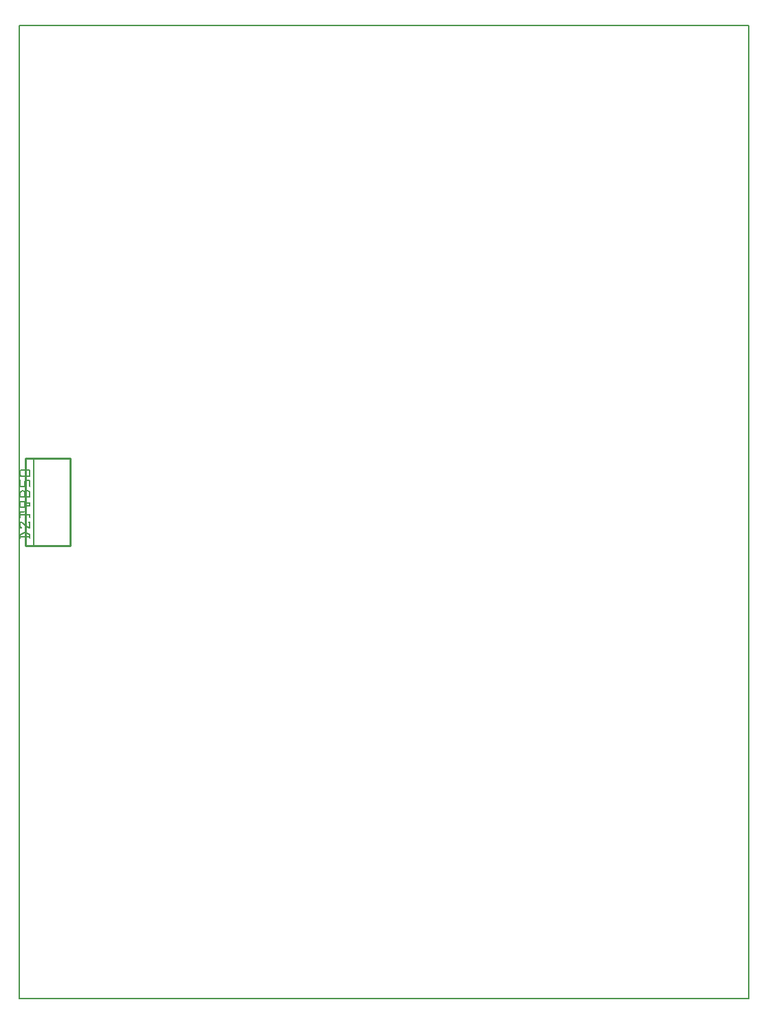
<source format=gbo>
G04 MADE WITH FRITZING*
G04 WWW.FRITZING.ORG*
G04 DOUBLE SIDED*
G04 HOLES PLATED*
G04 CONTOUR ON CENTER OF CONTOUR VECTOR*
%ASAXBY*%
%FSLAX23Y23*%
%MOIN*%
%OFA0B0*%
%SFA1.0B1.0*%
%ADD10R,3.543310X4.724420X3.527310X4.708420*%
%ADD11C,0.008000*%
%ADD12C,0.010000*%
%ADD13C,0.005000*%
%ADD14R,0.001000X0.001000*%
%LNSILK0*%
G90*
G70*
G54D11*
X4Y4720D02*
X3539Y4720D01*
X3539Y4D01*
X4Y4D01*
X4Y4720D01*
D02*
G54D12*
X252Y2622D02*
X252Y2199D01*
D02*
X252Y2199D02*
X36Y2199D01*
D02*
X36Y2199D02*
X36Y2622D01*
D02*
X36Y2622D02*
X252Y2622D01*
G54D13*
D02*
X76Y2199D02*
X76Y2622D01*
G54D14*
X11Y2567D02*
X55Y2567D01*
X9Y2566D02*
X57Y2566D01*
X8Y2565D02*
X58Y2565D01*
X7Y2564D02*
X58Y2564D01*
X7Y2563D02*
X59Y2563D01*
X6Y2562D02*
X59Y2562D01*
X6Y2561D02*
X59Y2561D01*
X6Y2560D02*
X12Y2560D01*
X53Y2560D02*
X59Y2560D01*
X6Y2559D02*
X12Y2559D01*
X53Y2559D02*
X59Y2559D01*
X6Y2558D02*
X12Y2558D01*
X53Y2558D02*
X59Y2558D01*
X6Y2557D02*
X12Y2557D01*
X53Y2557D02*
X59Y2557D01*
X6Y2556D02*
X12Y2556D01*
X53Y2556D02*
X59Y2556D01*
X6Y2555D02*
X12Y2555D01*
X53Y2555D02*
X59Y2555D01*
X6Y2554D02*
X12Y2554D01*
X53Y2554D02*
X59Y2554D01*
X6Y2553D02*
X12Y2553D01*
X53Y2553D02*
X59Y2553D01*
X6Y2552D02*
X12Y2552D01*
X53Y2552D02*
X59Y2552D01*
X6Y2551D02*
X12Y2551D01*
X53Y2551D02*
X59Y2551D01*
X6Y2550D02*
X12Y2550D01*
X53Y2550D02*
X59Y2550D01*
X6Y2549D02*
X12Y2549D01*
X53Y2549D02*
X59Y2549D01*
X6Y2548D02*
X12Y2548D01*
X53Y2548D02*
X59Y2548D01*
X6Y2547D02*
X12Y2547D01*
X53Y2547D02*
X59Y2547D01*
X6Y2546D02*
X12Y2546D01*
X53Y2546D02*
X59Y2546D01*
X6Y2545D02*
X12Y2545D01*
X53Y2545D02*
X59Y2545D01*
X6Y2544D02*
X12Y2544D01*
X53Y2544D02*
X59Y2544D01*
X6Y2543D02*
X12Y2543D01*
X53Y2543D02*
X59Y2543D01*
X6Y2542D02*
X12Y2542D01*
X53Y2542D02*
X59Y2542D01*
X6Y2541D02*
X12Y2541D01*
X53Y2541D02*
X59Y2541D01*
X6Y2540D02*
X13Y2540D01*
X53Y2540D02*
X59Y2540D01*
X6Y2539D02*
X59Y2539D01*
X6Y2538D02*
X59Y2538D01*
X7Y2537D02*
X59Y2537D01*
X7Y2536D02*
X58Y2536D01*
X8Y2535D02*
X57Y2535D01*
X10Y2534D02*
X56Y2534D01*
X12Y2533D02*
X53Y2533D01*
X8Y2517D02*
X10Y2517D01*
X35Y2517D02*
X54Y2517D01*
X7Y2516D02*
X11Y2516D01*
X33Y2516D02*
X56Y2516D01*
X6Y2515D02*
X12Y2515D01*
X32Y2515D02*
X57Y2515D01*
X6Y2514D02*
X12Y2514D01*
X31Y2514D02*
X58Y2514D01*
X6Y2513D02*
X12Y2513D01*
X30Y2513D02*
X59Y2513D01*
X6Y2512D02*
X12Y2512D01*
X30Y2512D02*
X59Y2512D01*
X6Y2511D02*
X12Y2511D01*
X30Y2511D02*
X59Y2511D01*
X6Y2510D02*
X12Y2510D01*
X30Y2510D02*
X36Y2510D01*
X53Y2510D02*
X59Y2510D01*
X6Y2509D02*
X12Y2509D01*
X30Y2509D02*
X36Y2509D01*
X53Y2509D02*
X59Y2509D01*
X6Y2508D02*
X12Y2508D01*
X30Y2508D02*
X36Y2508D01*
X53Y2508D02*
X59Y2508D01*
X6Y2507D02*
X12Y2507D01*
X30Y2507D02*
X36Y2507D01*
X53Y2507D02*
X59Y2507D01*
X6Y2506D02*
X12Y2506D01*
X30Y2506D02*
X36Y2506D01*
X53Y2506D02*
X59Y2506D01*
X6Y2505D02*
X12Y2505D01*
X30Y2505D02*
X36Y2505D01*
X53Y2505D02*
X59Y2505D01*
X6Y2504D02*
X12Y2504D01*
X30Y2504D02*
X36Y2504D01*
X53Y2504D02*
X59Y2504D01*
X6Y2503D02*
X12Y2503D01*
X30Y2503D02*
X36Y2503D01*
X53Y2503D02*
X59Y2503D01*
X6Y2502D02*
X12Y2502D01*
X30Y2502D02*
X36Y2502D01*
X53Y2502D02*
X59Y2502D01*
X6Y2501D02*
X12Y2501D01*
X30Y2501D02*
X36Y2501D01*
X53Y2501D02*
X59Y2501D01*
X6Y2500D02*
X12Y2500D01*
X30Y2500D02*
X36Y2500D01*
X53Y2500D02*
X59Y2500D01*
X6Y2499D02*
X12Y2499D01*
X30Y2499D02*
X36Y2499D01*
X53Y2499D02*
X59Y2499D01*
X6Y2498D02*
X12Y2498D01*
X30Y2498D02*
X36Y2498D01*
X53Y2498D02*
X59Y2498D01*
X6Y2497D02*
X12Y2497D01*
X30Y2497D02*
X36Y2497D01*
X53Y2497D02*
X59Y2497D01*
X6Y2496D02*
X12Y2496D01*
X30Y2496D02*
X36Y2496D01*
X53Y2496D02*
X59Y2496D01*
X6Y2495D02*
X12Y2495D01*
X30Y2495D02*
X36Y2495D01*
X53Y2495D02*
X59Y2495D01*
X6Y2494D02*
X12Y2494D01*
X30Y2494D02*
X36Y2494D01*
X53Y2494D02*
X59Y2494D01*
X6Y2493D02*
X12Y2493D01*
X30Y2493D02*
X36Y2493D01*
X53Y2493D02*
X59Y2493D01*
X6Y2492D02*
X12Y2492D01*
X30Y2492D02*
X36Y2492D01*
X53Y2492D02*
X59Y2492D01*
X6Y2491D02*
X12Y2491D01*
X30Y2491D02*
X36Y2491D01*
X53Y2491D02*
X59Y2491D01*
X6Y2490D02*
X12Y2490D01*
X30Y2490D02*
X36Y2490D01*
X53Y2490D02*
X59Y2490D01*
X6Y2489D02*
X36Y2489D01*
X53Y2489D02*
X59Y2489D01*
X6Y2488D02*
X36Y2488D01*
X53Y2488D02*
X59Y2488D01*
X6Y2487D02*
X35Y2487D01*
X53Y2487D02*
X59Y2487D01*
X6Y2486D02*
X35Y2486D01*
X53Y2486D02*
X59Y2486D01*
X6Y2485D02*
X34Y2485D01*
X54Y2485D02*
X59Y2485D01*
X6Y2484D02*
X33Y2484D01*
X54Y2484D02*
X58Y2484D01*
X6Y2483D02*
X31Y2483D01*
X56Y2483D02*
X57Y2483D01*
X19Y2467D02*
X23Y2467D01*
X43Y2467D02*
X46Y2467D01*
X15Y2466D02*
X27Y2466D01*
X38Y2466D02*
X51Y2466D01*
X13Y2465D02*
X29Y2465D01*
X37Y2465D02*
X53Y2465D01*
X12Y2464D02*
X30Y2464D01*
X35Y2464D02*
X54Y2464D01*
X10Y2463D02*
X31Y2463D01*
X34Y2463D02*
X55Y2463D01*
X10Y2462D02*
X56Y2462D01*
X9Y2461D02*
X57Y2461D01*
X8Y2460D02*
X18Y2460D01*
X24Y2460D02*
X42Y2460D01*
X47Y2460D02*
X57Y2460D01*
X8Y2459D02*
X16Y2459D01*
X26Y2459D02*
X39Y2459D01*
X50Y2459D02*
X58Y2459D01*
X7Y2458D02*
X14Y2458D01*
X28Y2458D02*
X38Y2458D01*
X51Y2458D02*
X58Y2458D01*
X7Y2457D02*
X14Y2457D01*
X29Y2457D02*
X37Y2457D01*
X52Y2457D02*
X59Y2457D01*
X7Y2456D02*
X13Y2456D01*
X29Y2456D02*
X36Y2456D01*
X53Y2456D02*
X59Y2456D01*
X6Y2455D02*
X13Y2455D01*
X30Y2455D02*
X36Y2455D01*
X53Y2455D02*
X59Y2455D01*
X6Y2454D02*
X12Y2454D01*
X30Y2454D02*
X36Y2454D01*
X53Y2454D02*
X59Y2454D01*
X6Y2453D02*
X12Y2453D01*
X30Y2453D02*
X36Y2453D01*
X53Y2453D02*
X59Y2453D01*
X6Y2452D02*
X12Y2452D01*
X30Y2452D02*
X36Y2452D01*
X53Y2452D02*
X59Y2452D01*
X6Y2451D02*
X12Y2451D01*
X30Y2451D02*
X36Y2451D01*
X53Y2451D02*
X59Y2451D01*
X6Y2450D02*
X12Y2450D01*
X30Y2450D02*
X36Y2450D01*
X53Y2450D02*
X59Y2450D01*
X6Y2449D02*
X12Y2449D01*
X30Y2449D02*
X36Y2449D01*
X53Y2449D02*
X59Y2449D01*
X6Y2448D02*
X12Y2448D01*
X30Y2448D02*
X36Y2448D01*
X53Y2448D02*
X59Y2448D01*
X6Y2447D02*
X12Y2447D01*
X30Y2447D02*
X36Y2447D01*
X53Y2447D02*
X59Y2447D01*
X6Y2446D02*
X12Y2446D01*
X30Y2446D02*
X36Y2446D01*
X53Y2446D02*
X59Y2446D01*
X6Y2445D02*
X12Y2445D01*
X30Y2445D02*
X36Y2445D01*
X53Y2445D02*
X59Y2445D01*
X6Y2444D02*
X12Y2444D01*
X30Y2444D02*
X36Y2444D01*
X53Y2444D02*
X59Y2444D01*
X6Y2443D02*
X12Y2443D01*
X30Y2443D02*
X36Y2443D01*
X53Y2443D02*
X59Y2443D01*
X6Y2442D02*
X12Y2442D01*
X30Y2442D02*
X36Y2442D01*
X53Y2442D02*
X59Y2442D01*
X6Y2441D02*
X12Y2441D01*
X30Y2441D02*
X36Y2441D01*
X53Y2441D02*
X59Y2441D01*
X6Y2440D02*
X12Y2440D01*
X30Y2440D02*
X36Y2440D01*
X53Y2440D02*
X59Y2440D01*
X6Y2439D02*
X59Y2439D01*
X6Y2438D02*
X59Y2438D01*
X6Y2437D02*
X59Y2437D01*
X6Y2436D02*
X59Y2436D01*
X6Y2435D02*
X59Y2435D01*
X6Y2434D02*
X59Y2434D01*
X6Y2433D02*
X59Y2433D01*
X10Y2416D02*
X32Y2416D01*
X9Y2415D02*
X33Y2415D01*
X8Y2414D02*
X34Y2414D01*
X7Y2413D02*
X35Y2413D01*
X7Y2412D02*
X35Y2412D01*
X6Y2411D02*
X36Y2411D01*
X6Y2410D02*
X36Y2410D01*
X6Y2409D02*
X12Y2409D01*
X30Y2409D02*
X58Y2409D01*
X6Y2408D02*
X12Y2408D01*
X30Y2408D02*
X59Y2408D01*
X6Y2407D02*
X12Y2407D01*
X30Y2407D02*
X59Y2407D01*
X6Y2406D02*
X12Y2406D01*
X30Y2406D02*
X59Y2406D01*
X6Y2405D02*
X12Y2405D01*
X30Y2405D02*
X59Y2405D01*
X6Y2404D02*
X12Y2404D01*
X30Y2404D02*
X59Y2404D01*
X6Y2403D02*
X12Y2403D01*
X30Y2403D02*
X59Y2403D01*
X6Y2402D02*
X12Y2402D01*
X30Y2402D02*
X36Y2402D01*
X53Y2402D02*
X59Y2402D01*
X6Y2401D02*
X12Y2401D01*
X30Y2401D02*
X36Y2401D01*
X53Y2401D02*
X59Y2401D01*
X6Y2400D02*
X12Y2400D01*
X30Y2400D02*
X36Y2400D01*
X53Y2400D02*
X59Y2400D01*
X6Y2399D02*
X12Y2399D01*
X30Y2399D02*
X36Y2399D01*
X53Y2399D02*
X59Y2399D01*
X6Y2398D02*
X12Y2398D01*
X30Y2398D02*
X36Y2398D01*
X53Y2398D02*
X59Y2398D01*
X6Y2397D02*
X12Y2397D01*
X30Y2397D02*
X36Y2397D01*
X53Y2397D02*
X59Y2397D01*
X6Y2396D02*
X12Y2396D01*
X30Y2396D02*
X59Y2396D01*
X6Y2395D02*
X12Y2395D01*
X30Y2395D02*
X59Y2395D01*
X6Y2394D02*
X12Y2394D01*
X30Y2394D02*
X59Y2394D01*
X6Y2393D02*
X12Y2393D01*
X30Y2393D02*
X59Y2393D01*
X6Y2392D02*
X12Y2392D01*
X30Y2392D02*
X59Y2392D01*
X6Y2391D02*
X12Y2391D01*
X30Y2391D02*
X59Y2391D01*
X6Y2390D02*
X12Y2390D01*
X30Y2390D02*
X58Y2390D01*
X6Y2389D02*
X36Y2389D01*
X6Y2388D02*
X36Y2388D01*
X7Y2387D02*
X35Y2387D01*
X7Y2386D02*
X35Y2386D01*
X8Y2385D02*
X34Y2385D01*
X9Y2384D02*
X33Y2384D01*
X10Y2383D02*
X32Y2383D01*
X8Y2366D02*
X28Y2366D01*
X7Y2365D02*
X29Y2365D01*
X6Y2364D02*
X30Y2364D01*
X6Y2363D02*
X30Y2363D01*
X6Y2362D02*
X30Y2362D01*
X6Y2361D02*
X29Y2361D01*
X6Y2360D02*
X28Y2360D01*
X6Y2359D02*
X12Y2359D01*
X6Y2358D02*
X12Y2358D01*
X6Y2357D02*
X12Y2357D01*
X6Y2356D02*
X12Y2356D01*
X6Y2355D02*
X12Y2355D01*
X6Y2354D02*
X12Y2354D01*
X6Y2353D02*
X13Y2353D01*
X6Y2352D02*
X59Y2352D01*
X6Y2351D02*
X59Y2351D01*
X6Y2350D02*
X59Y2350D01*
X6Y2349D02*
X59Y2349D01*
X6Y2348D02*
X59Y2348D01*
X6Y2347D02*
X59Y2347D01*
X6Y2346D02*
X59Y2346D01*
X6Y2345D02*
X12Y2345D01*
X53Y2345D02*
X59Y2345D01*
X6Y2344D02*
X12Y2344D01*
X53Y2344D02*
X59Y2344D01*
X6Y2343D02*
X12Y2343D01*
X53Y2343D02*
X59Y2343D01*
X6Y2342D02*
X12Y2342D01*
X53Y2342D02*
X59Y2342D01*
X6Y2341D02*
X12Y2341D01*
X53Y2341D02*
X59Y2341D01*
X6Y2340D02*
X12Y2340D01*
X53Y2340D02*
X59Y2340D01*
X6Y2339D02*
X12Y2339D01*
X53Y2339D02*
X59Y2339D01*
X6Y2338D02*
X12Y2338D01*
X53Y2338D02*
X59Y2338D01*
X6Y2337D02*
X12Y2337D01*
X53Y2337D02*
X59Y2337D01*
X6Y2336D02*
X12Y2336D01*
X53Y2336D02*
X59Y2336D01*
X6Y2335D02*
X12Y2335D01*
X53Y2335D02*
X59Y2335D01*
X7Y2334D02*
X12Y2334D01*
X54Y2334D02*
X59Y2334D01*
X7Y2333D02*
X11Y2333D01*
X55Y2333D02*
X58Y2333D01*
X12Y2316D02*
X16Y2316D01*
X49Y2316D02*
X53Y2316D01*
X10Y2315D02*
X18Y2315D01*
X48Y2315D02*
X55Y2315D01*
X8Y2314D02*
X19Y2314D01*
X48Y2314D02*
X56Y2314D01*
X8Y2313D02*
X20Y2313D01*
X48Y2313D02*
X57Y2313D01*
X7Y2312D02*
X22Y2312D01*
X48Y2312D02*
X58Y2312D01*
X7Y2311D02*
X23Y2311D01*
X48Y2311D02*
X58Y2311D01*
X6Y2310D02*
X24Y2310D01*
X49Y2310D02*
X59Y2310D01*
X6Y2309D02*
X12Y2309D01*
X15Y2309D02*
X25Y2309D01*
X52Y2309D02*
X59Y2309D01*
X6Y2308D02*
X12Y2308D01*
X16Y2308D02*
X27Y2308D01*
X53Y2308D02*
X59Y2308D01*
X6Y2307D02*
X12Y2307D01*
X17Y2307D02*
X28Y2307D01*
X53Y2307D02*
X59Y2307D01*
X6Y2306D02*
X12Y2306D01*
X19Y2306D02*
X29Y2306D01*
X53Y2306D02*
X59Y2306D01*
X6Y2305D02*
X12Y2305D01*
X20Y2305D02*
X31Y2305D01*
X53Y2305D02*
X59Y2305D01*
X6Y2304D02*
X12Y2304D01*
X21Y2304D02*
X32Y2304D01*
X53Y2304D02*
X59Y2304D01*
X6Y2303D02*
X12Y2303D01*
X22Y2303D02*
X33Y2303D01*
X53Y2303D02*
X59Y2303D01*
X6Y2302D02*
X12Y2302D01*
X24Y2302D02*
X34Y2302D01*
X53Y2302D02*
X59Y2302D01*
X6Y2301D02*
X12Y2301D01*
X25Y2301D02*
X36Y2301D01*
X53Y2301D02*
X59Y2301D01*
X6Y2300D02*
X12Y2300D01*
X26Y2300D02*
X37Y2300D01*
X53Y2300D02*
X59Y2300D01*
X6Y2299D02*
X12Y2299D01*
X28Y2299D02*
X38Y2299D01*
X53Y2299D02*
X59Y2299D01*
X6Y2298D02*
X12Y2298D01*
X29Y2298D02*
X40Y2298D01*
X53Y2298D02*
X59Y2298D01*
X6Y2297D02*
X12Y2297D01*
X30Y2297D02*
X41Y2297D01*
X53Y2297D02*
X59Y2297D01*
X6Y2296D02*
X12Y2296D01*
X32Y2296D02*
X42Y2296D01*
X53Y2296D02*
X59Y2296D01*
X6Y2295D02*
X12Y2295D01*
X33Y2295D02*
X43Y2295D01*
X53Y2295D02*
X59Y2295D01*
X6Y2294D02*
X12Y2294D01*
X34Y2294D02*
X45Y2294D01*
X53Y2294D02*
X59Y2294D01*
X6Y2293D02*
X12Y2293D01*
X35Y2293D02*
X46Y2293D01*
X53Y2293D02*
X59Y2293D01*
X6Y2292D02*
X12Y2292D01*
X37Y2292D02*
X47Y2292D01*
X53Y2292D02*
X59Y2292D01*
X6Y2291D02*
X12Y2291D01*
X38Y2291D02*
X49Y2291D01*
X53Y2291D02*
X59Y2291D01*
X6Y2290D02*
X13Y2290D01*
X39Y2290D02*
X50Y2290D01*
X53Y2290D02*
X59Y2290D01*
X7Y2289D02*
X14Y2289D01*
X41Y2289D02*
X51Y2289D01*
X53Y2289D02*
X59Y2289D01*
X7Y2288D02*
X17Y2288D01*
X42Y2288D02*
X59Y2288D01*
X7Y2287D02*
X18Y2287D01*
X43Y2287D02*
X59Y2287D01*
X8Y2286D02*
X18Y2286D01*
X44Y2286D02*
X58Y2286D01*
X9Y2285D02*
X18Y2285D01*
X46Y2285D02*
X58Y2285D01*
X10Y2284D02*
X18Y2284D01*
X47Y2284D02*
X57Y2284D01*
X11Y2283D02*
X17Y2283D01*
X49Y2283D02*
X55Y2283D01*
X15Y2282D02*
X15Y2282D01*
X52Y2282D02*
X52Y2282D01*
X30Y2266D02*
X35Y2266D01*
X27Y2265D02*
X38Y2265D01*
X25Y2264D02*
X41Y2264D01*
X23Y2263D02*
X43Y2263D01*
X21Y2262D02*
X45Y2262D01*
X19Y2261D02*
X47Y2261D01*
X17Y2260D02*
X49Y2260D01*
X15Y2259D02*
X30Y2259D01*
X35Y2259D02*
X50Y2259D01*
X13Y2258D02*
X28Y2258D01*
X38Y2258D02*
X52Y2258D01*
X11Y2257D02*
X26Y2257D01*
X40Y2257D02*
X54Y2257D01*
X10Y2256D02*
X24Y2256D01*
X42Y2256D02*
X56Y2256D01*
X9Y2255D02*
X22Y2255D01*
X44Y2255D02*
X57Y2255D01*
X8Y2254D02*
X20Y2254D01*
X46Y2254D02*
X57Y2254D01*
X7Y2253D02*
X18Y2253D01*
X48Y2253D02*
X58Y2253D01*
X7Y2252D02*
X16Y2252D01*
X50Y2252D02*
X58Y2252D01*
X7Y2251D02*
X14Y2251D01*
X52Y2251D02*
X59Y2251D01*
X6Y2250D02*
X13Y2250D01*
X53Y2250D02*
X59Y2250D01*
X6Y2249D02*
X12Y2249D01*
X53Y2249D02*
X59Y2249D01*
X6Y2248D02*
X12Y2248D01*
X53Y2248D02*
X59Y2248D01*
X6Y2247D02*
X12Y2247D01*
X53Y2247D02*
X59Y2247D01*
X6Y2246D02*
X12Y2246D01*
X53Y2246D02*
X59Y2246D01*
X6Y2245D02*
X59Y2245D01*
X6Y2244D02*
X59Y2244D01*
X6Y2243D02*
X59Y2243D01*
X6Y2242D02*
X59Y2242D01*
X6Y2241D02*
X59Y2241D01*
X6Y2240D02*
X59Y2240D01*
X6Y2239D02*
X59Y2239D01*
X6Y2238D02*
X12Y2238D01*
X53Y2238D02*
X59Y2238D01*
X6Y2237D02*
X12Y2237D01*
X53Y2237D02*
X59Y2237D01*
X6Y2236D02*
X12Y2236D01*
X53Y2236D02*
X59Y2236D01*
X6Y2235D02*
X12Y2235D01*
X53Y2235D02*
X59Y2235D01*
X6Y2234D02*
X12Y2234D01*
X54Y2234D02*
X59Y2234D01*
X7Y2233D02*
X11Y2233D01*
X54Y2233D02*
X59Y2233D01*
X8Y2232D02*
X10Y2232D01*
X56Y2232D02*
X57Y2232D01*
D02*
G04 End of Silk0*
M02*
</source>
